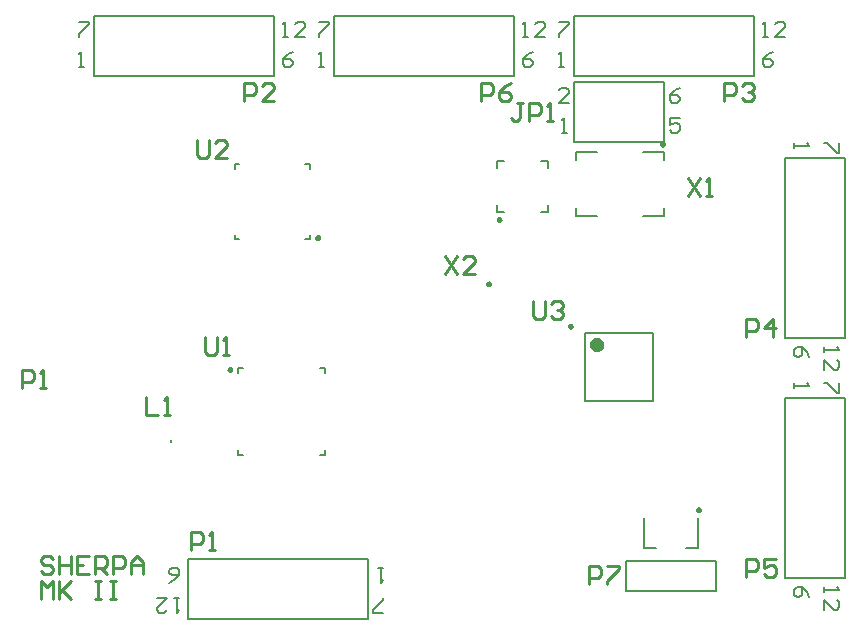
<source format=gto>
%FSTAX23Y23*%
%MOIN*%
%SFA1B1*%

%IPPOS*%
%ADD10C,0.010000*%
%ADD34C,0.023622*%
%ADD46C,0.009843*%
%ADD47C,0.003937*%
%ADD48C,0.007874*%
%ADD49C,0.008000*%
%LNpcb_sherpa_mk_ii-1*%
%LPD*%
G54D10*
X03274Y07654D02*
X03254D01*
X03264*
Y07604*
X03254Y07595*
X03244*
X03235Y07604*
X03294Y07595D02*
Y07654D01*
X03324*
X03334Y07644*
Y07624*
X03324Y07614*
X03294*
X03354Y07595D02*
X03374D01*
X03364*
Y07654*
X03354Y07644*
X01709Y06134D02*
X01699Y06144D01*
X01679*
X0167Y06134*
Y06124*
X01679Y06114*
X01699*
X01709Y06104*
Y06094*
X01699Y06085*
X01679*
X0167Y06094*
X01729Y06144D02*
Y06085D01*
Y06114*
X01769*
Y06144*
Y06085*
X01829Y06144D02*
X01789D01*
Y06085*
X01829*
X01789Y06114D02*
X01809D01*
X01849Y06085D02*
Y06144D01*
X01879*
X01889Y06134*
Y06114*
X01879Y06104*
X01849*
X01869D02*
X01889Y06085D01*
X01909D02*
Y06144D01*
X01939*
X01949Y06134*
Y06114*
X01939Y06104*
X01909*
X01969Y06085D02*
Y06124D01*
X01989Y06144*
X02009Y06124*
Y06085*
Y06114*
X01969*
X0167Y06D02*
Y06059D01*
X01689Y06039*
X01709Y06059*
Y06*
X01729Y06059D02*
Y06D01*
Y06019*
X01769Y06059*
X01739Y06029*
X01769Y06*
X01849Y06059D02*
X01869D01*
X01859*
Y06*
X01849*
X01869*
X01899Y06059D02*
X01919D01*
X01909*
Y06*
X01899*
X01919*
X03135Y0766D02*
Y07719D01*
X03164*
X03174Y07709*
Y07689*
X03164Y07679*
X03135*
X03234Y07719D02*
X03214Y07709D01*
X03194Y07689*
Y07669*
X03204Y0766*
X03224*
X03234Y07669*
Y07679*
X03224Y07689*
X03194*
X0402Y06075D02*
Y06134D01*
X04049*
X04059Y06124*
Y06104*
X04049Y06094*
X0402*
X04119Y06134D02*
X04079D01*
Y06104*
X04099Y06114*
X04109*
X04119Y06104*
Y06084*
X04109Y06075*
X04089*
X04079Y06084*
X0402Y06875D02*
Y06934D01*
X04049*
X04059Y06924*
Y06904*
X04049Y06894*
X0402*
X04109Y06875D02*
Y06934D01*
X04079Y06904*
X04119*
X03945Y0766D02*
Y07719D01*
X03974*
X03984Y07709*
Y07689*
X03974Y07679*
X03945*
X04004Y07709D02*
X04014Y07719D01*
X04034*
X04044Y07709*
Y07699*
X04034Y07689*
X04024*
X04034*
X04044Y07679*
Y07669*
X04034Y0766*
X04014*
X04004Y07669*
X02345Y0766D02*
Y07719D01*
X02374*
X02384Y07709*
Y07689*
X02374Y07679*
X02345*
X02444Y0766D02*
X02404D01*
X02444Y07699*
Y07709*
X02434Y07719*
X02414*
X02404Y07709*
X0217Y06165D02*
Y06224D01*
X02199*
X02209Y06214*
Y06194*
X02199Y06184*
X0217*
X02229Y06165D02*
X02249D01*
X02239*
Y06224*
X02229Y06214*
X03015Y07144D02*
X03054Y07085D01*
Y07144D02*
X03015Y07085D01*
X03114D02*
X03074D01*
X03114Y07124*
Y07134*
X03104Y07144*
X03084*
X03074Y07134*
X03825Y07404D02*
X03864Y07345D01*
Y07404D02*
X03825Y07345D01*
X03884D02*
X03904D01*
X03894*
Y07404*
X03884Y07394*
X0331Y06994D02*
Y06944D01*
X03319Y06935*
X03339*
X03349Y06944*
Y06994*
X03369Y06984D02*
X03379Y06994D01*
X03399*
X03409Y06984*
Y06974*
X03399Y06964*
X03389*
X03399*
X03409Y06954*
Y06944*
X03399Y06935*
X03379*
X03369Y06944*
X0219Y07529D02*
Y07479D01*
X02199Y0747*
X02219*
X02229Y07479*
Y07529*
X02289Y0747D02*
X02249D01*
X02289Y07509*
Y07519*
X02279Y07529*
X02259*
X02249Y07519*
X03495Y0605D02*
Y06109D01*
X03524*
X03534Y06099*
Y06079*
X03524Y06069*
X03495*
X03554Y06109D02*
X03594D01*
Y06099*
X03554Y06059*
Y0605*
X01606Y06703D02*
Y06763D01*
X01636*
X01646Y06753*
Y06733*
X01636Y06723*
X01606*
X01666Y06703D02*
X01686D01*
X01676*
Y06763*
X01666Y06753*
X0202Y06674D02*
Y06615D01*
X02059*
X02079D02*
X02099D01*
X02089*
Y06674*
X02079Y06664*
X02215Y06874D02*
Y06824D01*
X02224Y06815*
X02244*
X02254Y06824*
Y06874*
X02274Y06815D02*
X02294D01*
X02284*
Y06874*
X02274Y06864*
G54D34*
X03532Y06848D02*
D01*
X03532Y06849*
X03532Y0685*
X03532Y06851*
X03532Y06852*
X03532Y06852*
X03531Y06853*
X03531Y06854*
X03531Y06855*
X0353Y06855*
X0353Y06856*
X03529Y06857*
X03529Y06857*
X03528Y06858*
X03527Y06858*
X03527Y06859*
X03526Y06859*
X03525Y06859*
X03524Y0686*
X03524Y0686*
X03523Y0686*
X03522Y0686*
X03521Y0686*
X0352*
X03519Y0686*
X03519Y0686*
X03518Y0686*
X03517Y0686*
X03516Y06859*
X03516Y06859*
X03515Y06859*
X03514Y06858*
X03513Y06858*
X03513Y06857*
X03512Y06857*
X03512Y06856*
X03511Y06855*
X03511Y06855*
X0351Y06854*
X0351Y06853*
X0351Y06852*
X03509Y06852*
X03509Y06851*
X03509Y0685*
X03509Y06849*
X03509Y06848*
X03509Y06847*
X03509Y06847*
X03509Y06846*
X03509Y06845*
X0351Y06844*
X0351Y06844*
X0351Y06843*
X03511Y06842*
X03511Y06841*
X03512Y06841*
X03512Y0684*
X03513Y0684*
X03513Y06839*
X03514Y06839*
X03515Y06838*
X03516Y06838*
X03516Y06837*
X03517Y06837*
X03518Y06837*
X03519Y06837*
X03519Y06837*
X0352Y06837*
X03521*
X03522Y06837*
X03523Y06837*
X03524Y06837*
X03524Y06837*
X03525Y06837*
X03526Y06838*
X03527Y06838*
X03527Y06839*
X03528Y06839*
X03529Y0684*
X03529Y0684*
X0353Y06841*
X0353Y06841*
X03531Y06842*
X03531Y06843*
X03531Y06844*
X03532Y06844*
X03532Y06845*
X03532Y06846*
X03532Y06847*
X03532Y06847*
X03532Y06848*
G54D46*
X03438Y0691D02*
D01*
X03438Y06911*
X03438Y06911*
X03438Y06911*
X03438Y06912*
X03438Y06912*
X03438Y06912*
X03437Y06913*
X03437Y06913*
X03437Y06913*
X03437Y06913*
X03437Y06914*
X03436Y06914*
X03436Y06914*
X03436Y06914*
X03436Y06915*
X03435Y06915*
X03435Y06915*
X03435Y06915*
X03434Y06915*
X03434Y06915*
X03434Y06915*
X03433Y06915*
X03433*
X03433Y06915*
X03432Y06915*
X03432Y06915*
X03432Y06915*
X03431Y06915*
X03431Y06915*
X03431Y06915*
X0343Y06914*
X0343Y06914*
X0343Y06914*
X0343Y06914*
X03429Y06913*
X03429Y06913*
X03429Y06913*
X03429Y06913*
X03429Y06912*
X03428Y06912*
X03428Y06912*
X03428Y06911*
X03428Y06911*
X03428Y06911*
X03428Y0691*
X03428Y0691*
X03428Y0691*
X03428Y06909*
X03428Y06909*
X03428Y06909*
X03429Y06908*
X03429Y06908*
X03429Y06908*
X03429Y06907*
X03429Y06907*
X0343Y06907*
X0343Y06907*
X0343Y06906*
X0343Y06906*
X03431Y06906*
X03431Y06906*
X03431Y06906*
X03432Y06906*
X03432Y06906*
X03432Y06905*
X03433Y06905*
X03433Y06905*
X03433*
X03434Y06905*
X03434Y06905*
X03434Y06906*
X03435Y06906*
X03435Y06906*
X03435Y06906*
X03436Y06906*
X03436Y06906*
X03436Y06906*
X03436Y06907*
X03437Y06907*
X03437Y06907*
X03437Y06907*
X03437Y06908*
X03437Y06908*
X03438Y06908*
X03438Y06909*
X03438Y06909*
X03438Y06909*
X03438Y0691*
X03438Y0691*
X03438Y0691*
X02303Y06764D02*
D01*
X02303Y06765*
X02303Y06765*
X02303Y06765*
X02303Y06766*
X02303Y06766*
X02303Y06766*
X02303Y06767*
X02302Y06767*
X02302Y06767*
X02302Y06767*
X02302Y06768*
X02302Y06768*
X02301Y06768*
X02301Y06768*
X02301Y06769*
X023Y06769*
X023Y06769*
X023Y06769*
X02299Y06769*
X02299Y06769*
X02299Y06769*
X02298Y06769*
X02298*
X02298Y06769*
X02297Y06769*
X02297Y06769*
X02297Y06769*
X02296Y06769*
X02296Y06769*
X02296Y06769*
X02295Y06768*
X02295Y06768*
X02295Y06768*
X02295Y06768*
X02294Y06767*
X02294Y06767*
X02294Y06767*
X02294Y06767*
X02294Y06766*
X02294Y06766*
X02294Y06766*
X02293Y06765*
X02293Y06765*
X02293Y06765*
X02293Y06764*
X02293Y06764*
X02293Y06764*
X02293Y06763*
X02294Y06763*
X02294Y06763*
X02294Y06762*
X02294Y06762*
X02294Y06762*
X02294Y06761*
X02294Y06761*
X02295Y06761*
X02295Y06761*
X02295Y0676*
X02295Y0676*
X02296Y0676*
X02296Y0676*
X02296Y0676*
X02297Y0676*
X02297Y06759*
X02297Y06759*
X02298Y06759*
X02298Y06759*
X02298*
X02299Y06759*
X02299Y06759*
X02299Y06759*
X023Y0676*
X023Y0676*
X023Y0676*
X02301Y0676*
X02301Y0676*
X02301Y0676*
X02302Y06761*
X02302Y06761*
X02302Y06761*
X02302Y06761*
X02302Y06762*
X02303Y06762*
X02303Y06762*
X02303Y06763*
X02303Y06763*
X02303Y06763*
X02303Y06764*
X02303Y06764*
X02303Y06764*
X02596Y07204D02*
D01*
X02596Y07205*
X02596Y07205*
X02596Y07205*
X02596Y07206*
X02596Y07206*
X02596Y07206*
X02595Y07207*
X02595Y07207*
X02595Y07207*
X02595Y07208*
X02595Y07208*
X02594Y07208*
X02594Y07208*
X02594Y07209*
X02594Y07209*
X02593Y07209*
X02593Y07209*
X02593Y07209*
X02592Y07209*
X02592Y07209*
X02592Y07209*
X02591Y07209*
X02591*
X02591Y07209*
X0259Y07209*
X0259Y07209*
X0259Y07209*
X02589Y07209*
X02589Y07209*
X02589Y07209*
X02588Y07209*
X02588Y07208*
X02588Y07208*
X02588Y07208*
X02587Y07208*
X02587Y07207*
X02587Y07207*
X02587Y07207*
X02587Y07206*
X02586Y07206*
X02586Y07206*
X02586Y07205*
X02586Y07205*
X02586Y07205*
X02586Y07204*
X02586Y07204*
X02586Y07204*
X02586Y07203*
X02586Y07203*
X02586Y07203*
X02587Y07202*
X02587Y07202*
X02587Y07202*
X02587Y07202*
X02587Y07201*
X02588Y07201*
X02588Y07201*
X02588Y07201*
X02588Y072*
X02589Y072*
X02589Y072*
X02589Y072*
X0259Y072*
X0259Y072*
X0259Y072*
X02591Y072*
X02591Y072*
X02591*
X02592Y072*
X02592Y072*
X02592Y072*
X02593Y072*
X02593Y072*
X02593Y072*
X02594Y072*
X02594Y072*
X02594Y07201*
X02594Y07201*
X02595Y07201*
X02595Y07201*
X02595Y07202*
X02595Y07202*
X02595Y07202*
X02596Y07202*
X02596Y07203*
X02596Y07203*
X02596Y07203*
X02596Y07204*
X02596Y07204*
X02596Y07204*
X03167Y07051D02*
D01*
X03167Y07051*
X03167Y07051*
X03167Y07052*
X03167Y07052*
X03166Y07052*
X03166Y07053*
X03166Y07053*
X03166Y07053*
X03166Y07053*
X03166Y07054*
X03165Y07054*
X03165Y07054*
X03165Y07054*
X03165Y07055*
X03164Y07055*
X03164Y07055*
X03164Y07055*
X03163Y07055*
X03163Y07055*
X03163Y07055*
X03162Y07055*
X03162Y07056*
X03162*
X03161Y07055*
X03161Y07055*
X03161Y07055*
X0316Y07055*
X0316Y07055*
X0316Y07055*
X03159Y07055*
X03159Y07055*
X03159Y07054*
X03159Y07054*
X03158Y07054*
X03158Y07054*
X03158Y07053*
X03158Y07053*
X03157Y07053*
X03157Y07053*
X03157Y07052*
X03157Y07052*
X03157Y07052*
X03157Y07051*
X03157Y07051*
X03157Y07051*
X03157Y0705*
X03157Y0705*
X03157Y0705*
X03157Y07049*
X03157Y07049*
X03157Y07049*
X03157Y07048*
X03158Y07048*
X03158Y07048*
X03158Y07047*
X03158Y07047*
X03159Y07047*
X03159Y07047*
X03159Y07047*
X03159Y07046*
X0316Y07046*
X0316Y07046*
X0316Y07046*
X03161Y07046*
X03161Y07046*
X03161Y07046*
X03162Y07046*
X03162*
X03162Y07046*
X03163Y07046*
X03163Y07046*
X03163Y07046*
X03164Y07046*
X03164Y07046*
X03164Y07046*
X03165Y07047*
X03165Y07047*
X03165Y07047*
X03165Y07047*
X03166Y07047*
X03166Y07048*
X03166Y07048*
X03166Y07048*
X03166Y07049*
X03166Y07049*
X03167Y07049*
X03167Y0705*
X03167Y0705*
X03167Y0705*
X03167Y07051*
X03201Y07264D02*
D01*
X03201Y07265*
X03201Y07265*
X03201Y07265*
X032Y07266*
X032Y07266*
X032Y07266*
X032Y07267*
X032Y07267*
X032Y07267*
X032Y07267*
X03199Y07268*
X03199Y07268*
X03199Y07268*
X03199Y07268*
X03198Y07269*
X03198Y07269*
X03198Y07269*
X03197Y07269*
X03197Y07269*
X03197Y07269*
X03196Y07269*
X03196Y07269*
X03196*
X03195Y07269*
X03195Y07269*
X03195Y07269*
X03194Y07269*
X03194Y07269*
X03194Y07269*
X03193Y07269*
X03193Y07268*
X03193Y07268*
X03192Y07268*
X03192Y07268*
X03192Y07267*
X03192Y07267*
X03192Y07267*
X03191Y07267*
X03191Y07266*
X03191Y07266*
X03191Y07266*
X03191Y07265*
X03191Y07265*
X03191Y07265*
X03191Y07264*
X03191Y07264*
X03191Y07264*
X03191Y07263*
X03191Y07263*
X03191Y07263*
X03191Y07262*
X03191Y07262*
X03192Y07262*
X03192Y07261*
X03192Y07261*
X03192Y07261*
X03192Y07261*
X03193Y0726*
X03193Y0726*
X03193Y0726*
X03194Y0726*
X03194Y0726*
X03194Y0726*
X03195Y07259*
X03195Y07259*
X03195Y07259*
X03196Y07259*
X03196*
X03196Y07259*
X03197Y07259*
X03197Y07259*
X03197Y0726*
X03198Y0726*
X03198Y0726*
X03198Y0726*
X03199Y0726*
X03199Y0726*
X03199Y07261*
X03199Y07261*
X032Y07261*
X032Y07261*
X032Y07262*
X032Y07262*
X032Y07262*
X032Y07263*
X032Y07263*
X03201Y07263*
X03201Y07264*
X03201Y07264*
X03201Y07264*
X03745Y07517D02*
D01*
X03745Y07518*
X03745Y07518*
X03745Y07518*
X03745Y07519*
X03745Y07519*
X03745Y07519*
X03745Y0752*
X03744Y0752*
X03744Y0752*
X03744Y07521*
X03744Y07521*
X03744Y07521*
X03743Y07521*
X03743Y07521*
X03743Y07522*
X03742Y07522*
X03742Y07522*
X03742Y07522*
X03741Y07522*
X03741Y07522*
X03741Y07522*
X0374Y07522*
X0374*
X0374Y07522*
X03739Y07522*
X03739Y07522*
X03739Y07522*
X03738Y07522*
X03738Y07522*
X03738Y07522*
X03737Y07521*
X03737Y07521*
X03737Y07521*
X03737Y07521*
X03736Y07521*
X03736Y0752*
X03736Y0752*
X03736Y0752*
X03736Y07519*
X03736Y07519*
X03736Y07519*
X03735Y07518*
X03735Y07518*
X03735Y07518*
X03735Y07517*
X03735Y07517*
X03735Y07517*
X03735Y07516*
X03736Y07516*
X03736Y07516*
X03736Y07515*
X03736Y07515*
X03736Y07515*
X03736Y07514*
X03736Y07514*
X03737Y07514*
X03737Y07514*
X03737Y07513*
X03737Y07513*
X03738Y07513*
X03738Y07513*
X03738Y07513*
X03739Y07513*
X03739Y07513*
X03739Y07513*
X0374Y07512*
X0374Y07512*
X0374*
X03741Y07512*
X03741Y07513*
X03741Y07513*
X03742Y07513*
X03742Y07513*
X03742Y07513*
X03743Y07513*
X03743Y07513*
X03743Y07513*
X03744Y07514*
X03744Y07514*
X03744Y07514*
X03744Y07514*
X03744Y07515*
X03745Y07515*
X03745Y07515*
X03745Y07516*
X03745Y07516*
X03745Y07516*
X03745Y07517*
X03745Y07517*
X03745Y07517*
X03867Y06298D02*
D01*
X03866Y06298*
X03866Y06298*
X03866Y06299*
X03866Y06299*
X03866Y06299*
X03866Y063*
X03866Y063*
X03866Y063*
X03866Y06301*
X03865Y06301*
X03865Y06301*
X03865Y06301*
X03865Y06302*
X03864Y06302*
X03864Y06302*
X03864Y06302*
X03863Y06302*
X03863Y06302*
X03863Y06303*
X03862Y06303*
X03862Y06303*
X03862Y06303*
X03861*
X03861Y06303*
X03861Y06303*
X0386Y06303*
X0386Y06302*
X0386Y06302*
X03859Y06302*
X03859Y06302*
X03859Y06302*
X03859Y06302*
X03858Y06301*
X03858Y06301*
X03858Y06301*
X03858Y06301*
X03857Y063*
X03857Y063*
X03857Y063*
X03857Y06299*
X03857Y06299*
X03857Y06299*
X03857Y06298*
X03857Y06298*
X03857Y06298*
X03857Y06297*
X03857Y06297*
X03857Y06297*
X03857Y06296*
X03857Y06296*
X03857Y06296*
X03857Y06295*
X03857Y06295*
X03858Y06295*
X03858Y06295*
X03858Y06294*
X03858Y06294*
X03859Y06294*
X03859Y06294*
X03859Y06294*
X03859Y06293*
X0386Y06293*
X0386Y06293*
X0386Y06293*
X03861Y06293*
X03861Y06293*
X03861Y06293*
X03862*
X03862Y06293*
X03862Y06293*
X03863Y06293*
X03863Y06293*
X03863Y06293*
X03864Y06293*
X03864Y06294*
X03864Y06294*
X03865Y06294*
X03865Y06294*
X03865Y06294*
X03865Y06295*
X03866Y06295*
X03866Y06295*
X03866Y06295*
X03866Y06296*
X03866Y06296*
X03866Y06296*
X03866Y06297*
X03866Y06297*
X03866Y06297*
X03867Y06298*
G54D47*
X02103Y06527D02*
D01*
X02103Y06527*
X02103Y06527*
X02103Y06528*
X02103Y06528*
X02103Y06528*
X02103Y06528*
X02103Y06528*
X02103Y06528*
X02103Y06528*
X02103Y06528*
X02103Y06528*
X02103Y06529*
X02103Y06529*
X02102Y06529*
X02102Y06529*
X02102Y06529*
X02102Y06529*
X02102Y06529*
X02102Y06529*
X02102Y06529*
X02102Y06529*
X02101Y06529*
X02101*
X02101Y06529*
X02101Y06529*
X02101Y06529*
X02101Y06529*
X02101Y06529*
X021Y06529*
X021Y06529*
X021Y06529*
X021Y06529*
X021Y06529*
X021Y06528*
X021Y06528*
X021Y06528*
X021Y06528*
X021Y06528*
X021Y06528*
X021Y06528*
X02099Y06528*
X02099Y06528*
X02099Y06527*
X02099Y06527*
X02099Y06527*
X02099Y06527*
X02099Y06527*
X02099Y06527*
X02099Y06527*
X021Y06526*
X021Y06526*
X021Y06526*
X021Y06526*
X021Y06526*
X021Y06526*
X021Y06526*
X021Y06526*
X021Y06526*
X021Y06525*
X021Y06525*
X021Y06525*
X02101Y06525*
X02101Y06525*
X02101Y06525*
X02101Y06525*
X02101Y06525*
X02101Y06525*
X02101*
X02102Y06525*
X02102Y06525*
X02102Y06525*
X02102Y06525*
X02102Y06525*
X02102Y06525*
X02102Y06525*
X02102Y06525*
X02103Y06526*
X02103Y06526*
X02103Y06526*
X02103Y06526*
X02103Y06526*
X02103Y06526*
X02103Y06526*
X02103Y06526*
X02103Y06526*
X02103Y06527*
X02103Y06527*
X02103Y06527*
X02103Y06527*
X02103Y06527*
G54D48*
X03745Y07525D02*
Y07725D01*
X03445Y07525D02*
Y07725D01*
X03745*
X03445Y07525D02*
X03745D01*
X03553D02*
X03745D01*
X0216Y05935D02*
X0276D01*
Y06135*
X0216D02*
X0276D01*
X0216Y05935D02*
Y06135D01*
X01845Y07945D02*
X02445D01*
X01845Y07745D02*
Y07945D01*
Y07745D02*
X02445D01*
Y07945*
X02645D02*
X03245D01*
X02645D02*
Y07745D01*
X03245*
Y07945D02*
Y07745D01*
X03445Y07945D02*
X04045D01*
X03445D02*
Y07745D01*
X04045*
Y07945D02*
Y07745D01*
X03619Y06027D02*
X03919D01*
Y06127*
X03619D02*
X03919D01*
X03619D02*
Y06027D01*
X0435Y0687D02*
Y0747D01*
X0415D02*
X0435D01*
X0415Y0687D02*
Y0747D01*
Y0687D02*
X0435D01*
Y0607D02*
Y0667D01*
X0415D02*
X0435D01*
X0415Y0607D02*
Y0667D01*
Y0607D02*
X0435D01*
X03481Y06661D02*
X03708D01*
X03481Y06888D02*
X03708D01*
Y06661D02*
Y06888D01*
X03481Y06661D02*
Y06888D01*
X02324Y06479D02*
X02341D01*
X02324D02*
Y06496D01*
X02598Y06479D02*
X02615D01*
Y06496*
Y06753D02*
Y0677D01*
X02598D02*
X02615D01*
X02324D02*
X02341D01*
X02324Y06753D02*
Y0677D01*
X02549Y0745D02*
X02565D01*
Y07434D02*
Y0745D01*
X02314D02*
X0233D01*
X02314Y07434D02*
Y0745D01*
Y07199D02*
Y07215D01*
Y07199D02*
X0233D01*
X02549D02*
X02565D01*
Y07215*
X0319Y0729D02*
X03213D01*
X0319D02*
Y07313D01*
Y07436D02*
Y07459D01*
X03213*
X03336D02*
X03359D01*
Y07436D02*
Y07459D01*
X03336Y0729D02*
X03359D01*
Y07313D02*
Y0729D01*
X03676Y07492D02*
X03746D01*
Y07465D02*
Y07492D01*
Y07277D02*
Y07304D01*
X03676Y07277D02*
X03746D01*
X03453D02*
X03523D01*
X03453Y07304D02*
Y07277D01*
Y07492D02*
X03523D01*
X03453Y07465D02*
Y07492D01*
X0386Y0617D02*
Y06272D01*
X0382Y0617D02*
X0386D01*
X03679Y06272D02*
Y0617D01*
X03718*
G54D49*
X03798Y07704D02*
X03781Y07696D01*
X03765Y07679*
Y07663*
X03773Y07655*
X03789*
X03798Y07663*
Y07671*
X03789Y07679*
X03765*
X03798Y07604D02*
X03765D01*
Y07579*
X03781Y07588*
X03789*
X03798Y07579*
Y07563*
X03789Y07555*
X03773*
X03765Y07563*
X03428Y07655D02*
X03395D01*
X03428Y07688*
Y07696*
X03419Y07704*
X03403*
X03395Y07696*
X03405Y07555D02*
X03421D01*
X03413*
Y07604*
X03405Y07596*
X0281Y05955D02*
X02776D01*
Y05963*
X0281Y05996*
Y06005*
Y06105D02*
X02793D01*
X02801*
Y06055*
X0281Y06063*
X02096Y06055D02*
X02113Y06063D01*
X0213Y0608*
Y06096*
X02121Y06105*
X02105*
X02096Y06096*
Y06088*
X02105Y0608*
X0213*
Y06005D02*
X02113D01*
X02121*
Y05955*
X0213Y05963*
X02055Y06005D02*
X02088D01*
X02055Y05971*
Y05963*
X02063Y05955*
X0208*
X02088Y05963*
X01795Y07924D02*
X01828D01*
Y07916*
X01795Y07883*
Y07875*
Y07775D02*
X01811D01*
X01803*
Y07824*
X01795Y07816*
X02508Y07824D02*
X02491Y07816D01*
X02475Y07799*
Y07783*
X02483Y07775*
X02499*
X02508Y07783*
Y07791*
X02499Y07799*
X02475*
Y07875D02*
X02491D01*
X02483*
Y07924*
X02475Y07916*
X02549Y07875D02*
X02516D01*
X02549Y07908*
Y07916*
X02541Y07924*
X02524*
X02516Y07916*
X02595Y07924D02*
X02628D01*
Y07916*
X02595Y07883*
Y07875*
Y07775D02*
X02611D01*
X02603*
Y07824*
X02595Y07816*
X03308Y07824D02*
X03291Y07816D01*
X03275Y07799*
Y07783*
X03283Y07775*
X03299*
X03308Y07783*
Y07791*
X03299Y07799*
X03275*
Y07875D02*
X03291D01*
X03283*
Y07924*
X03275Y07916*
X03349Y07875D02*
X03316D01*
X03349Y07908*
Y07916*
X03341Y07924*
X03324*
X03316Y07916*
X03395Y07924D02*
X03428D01*
Y07916*
X03395Y07883*
Y07875*
Y07775D02*
X03411D01*
X03403*
Y07824*
X03395Y07816*
X04108Y07824D02*
X04091Y07816D01*
X04075Y07799*
Y07783*
X04083Y07775*
X04099*
X04108Y07783*
Y07791*
X04099Y07799*
X04075*
Y07875D02*
X04091D01*
X04083*
Y07924*
X04075Y07916*
X04149Y07875D02*
X04116D01*
X04149Y07908*
Y07916*
X04141Y07924*
X04124*
X04116Y07916*
X04329Y0752D02*
Y07486D01*
X04321*
X04288Y0752*
X0428*
X0418D02*
Y07503D01*
Y07511*
X04229*
X04221Y0752*
X04229Y06806D02*
X04221Y06823D01*
X04204Y0684*
X04188*
X0418Y06831*
Y06815*
X04188Y06806*
X04196*
X04204Y06815*
Y0684*
X0428D02*
Y06823D01*
Y06831*
X04329*
X04321Y0684*
X0428Y06765D02*
Y06798D01*
X04313Y06765*
X04321*
X04329Y06773*
Y0679*
X04321Y06798*
X04329Y0672D02*
Y06686D01*
X04321*
X04288Y0672*
X0428*
X0418D02*
Y06703D01*
Y06711*
X04229*
X04221Y0672*
X04229Y06006D02*
X04221Y06023D01*
X04204Y0604*
X04188*
X0418Y06031*
Y06015*
X04188Y06006*
X04196*
X04204Y06015*
Y0604*
X0428D02*
Y06023D01*
Y06031*
X04329*
X04321Y0604*
X0428Y05965D02*
Y05998D01*
X04313Y05965*
X04321*
X04329Y05973*
Y0599*
X04321Y05998*
M02*
</source>
